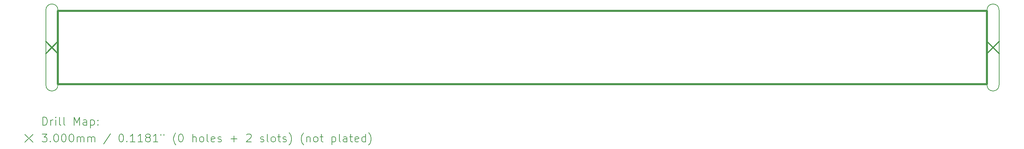
<source format=gbr>
%TF.GenerationSoftware,KiCad,Pcbnew,7.0.2-0*%
%TF.CreationDate,2023-05-18T01:13:14+02:00*%
%TF.ProjectId,LB,4c422e6b-6963-4616-945f-706362585858,rev?*%
%TF.SameCoordinates,PXfd9f08PY7735940*%
%TF.FileFunction,Drillmap*%
%TF.FilePolarity,Positive*%
%FSLAX45Y45*%
G04 Gerber Fmt 4.5, Leading zero omitted, Abs format (unit mm)*
G04 Created by KiCad (PCBNEW 7.0.2-0) date 2023-05-18 01:13:14*
%MOMM*%
%LPD*%
G01*
G04 APERTURE LIST*
%ADD10C,0.500000*%
%ADD11C,0.200000*%
%ADD12C,0.300000*%
G04 APERTURE END LIST*
D10*
X600000Y2515000D02*
X23730000Y2515000D01*
X23730000Y685000D01*
X600000Y685000D01*
X600000Y2515000D01*
D11*
D12*
X300000Y1750000D02*
X600000Y1450000D01*
X600000Y1750000D02*
X300000Y1450000D01*
D11*
X600000Y665000D02*
X600000Y2535000D01*
X600000Y2535000D02*
G75*
G03*
X300000Y2535000I-150000J0D01*
G01*
X300000Y2535000D02*
X300000Y665000D01*
X300000Y665000D02*
G75*
G03*
X600000Y665000I150000J0D01*
G01*
D12*
X23730000Y1750000D02*
X24030000Y1450000D01*
X24030000Y1750000D02*
X23730000Y1450000D01*
D11*
X23730000Y2535000D02*
X23730000Y665000D01*
X23730000Y665000D02*
G75*
G03*
X24030000Y665000I150000J0D01*
G01*
X24030000Y665000D02*
X24030000Y2535000D01*
X24030000Y2535000D02*
G75*
G03*
X23730000Y2535000I-150000J0D01*
G01*
X222619Y-337524D02*
X222619Y-137524D01*
X222619Y-137524D02*
X270238Y-137524D01*
X270238Y-137524D02*
X298810Y-147048D01*
X298810Y-147048D02*
X317857Y-166095D01*
X317857Y-166095D02*
X327381Y-185143D01*
X327381Y-185143D02*
X336905Y-223238D01*
X336905Y-223238D02*
X336905Y-251809D01*
X336905Y-251809D02*
X327381Y-289905D01*
X327381Y-289905D02*
X317857Y-308952D01*
X317857Y-308952D02*
X298810Y-328000D01*
X298810Y-328000D02*
X270238Y-337524D01*
X270238Y-337524D02*
X222619Y-337524D01*
X422619Y-337524D02*
X422619Y-204190D01*
X422619Y-242286D02*
X432143Y-223238D01*
X432143Y-223238D02*
X441667Y-213714D01*
X441667Y-213714D02*
X460714Y-204190D01*
X460714Y-204190D02*
X479762Y-204190D01*
X546429Y-337524D02*
X546429Y-204190D01*
X546429Y-137524D02*
X536905Y-147048D01*
X536905Y-147048D02*
X546429Y-156571D01*
X546429Y-156571D02*
X555952Y-147048D01*
X555952Y-147048D02*
X546429Y-137524D01*
X546429Y-137524D02*
X546429Y-156571D01*
X670238Y-337524D02*
X651190Y-328000D01*
X651190Y-328000D02*
X641667Y-308952D01*
X641667Y-308952D02*
X641667Y-137524D01*
X775000Y-337524D02*
X755952Y-328000D01*
X755952Y-328000D02*
X746428Y-308952D01*
X746428Y-308952D02*
X746428Y-137524D01*
X1003571Y-337524D02*
X1003571Y-137524D01*
X1003571Y-137524D02*
X1070238Y-280381D01*
X1070238Y-280381D02*
X1136905Y-137524D01*
X1136905Y-137524D02*
X1136905Y-337524D01*
X1317857Y-337524D02*
X1317857Y-232762D01*
X1317857Y-232762D02*
X1308333Y-213714D01*
X1308333Y-213714D02*
X1289286Y-204190D01*
X1289286Y-204190D02*
X1251190Y-204190D01*
X1251190Y-204190D02*
X1232143Y-213714D01*
X1317857Y-328000D02*
X1298810Y-337524D01*
X1298810Y-337524D02*
X1251190Y-337524D01*
X1251190Y-337524D02*
X1232143Y-328000D01*
X1232143Y-328000D02*
X1222619Y-308952D01*
X1222619Y-308952D02*
X1222619Y-289905D01*
X1222619Y-289905D02*
X1232143Y-270857D01*
X1232143Y-270857D02*
X1251190Y-261333D01*
X1251190Y-261333D02*
X1298810Y-261333D01*
X1298810Y-261333D02*
X1317857Y-251809D01*
X1413095Y-204190D02*
X1413095Y-404190D01*
X1413095Y-213714D02*
X1432143Y-204190D01*
X1432143Y-204190D02*
X1470238Y-204190D01*
X1470238Y-204190D02*
X1489286Y-213714D01*
X1489286Y-213714D02*
X1498809Y-223238D01*
X1498809Y-223238D02*
X1508333Y-242286D01*
X1508333Y-242286D02*
X1508333Y-299429D01*
X1508333Y-299429D02*
X1498809Y-318476D01*
X1498809Y-318476D02*
X1489286Y-328000D01*
X1489286Y-328000D02*
X1470238Y-337524D01*
X1470238Y-337524D02*
X1432143Y-337524D01*
X1432143Y-337524D02*
X1413095Y-328000D01*
X1594048Y-318476D02*
X1603571Y-328000D01*
X1603571Y-328000D02*
X1594048Y-337524D01*
X1594048Y-337524D02*
X1584524Y-328000D01*
X1584524Y-328000D02*
X1594048Y-318476D01*
X1594048Y-318476D02*
X1594048Y-337524D01*
X1594048Y-213714D02*
X1603571Y-223238D01*
X1603571Y-223238D02*
X1594048Y-232762D01*
X1594048Y-232762D02*
X1584524Y-223238D01*
X1584524Y-223238D02*
X1594048Y-213714D01*
X1594048Y-213714D02*
X1594048Y-232762D01*
X-225000Y-565000D02*
X-25000Y-765000D01*
X-25000Y-565000D02*
X-225000Y-765000D01*
X203571Y-557524D02*
X327381Y-557524D01*
X327381Y-557524D02*
X260714Y-633714D01*
X260714Y-633714D02*
X289286Y-633714D01*
X289286Y-633714D02*
X308333Y-643238D01*
X308333Y-643238D02*
X317857Y-652762D01*
X317857Y-652762D02*
X327381Y-671810D01*
X327381Y-671810D02*
X327381Y-719428D01*
X327381Y-719428D02*
X317857Y-738476D01*
X317857Y-738476D02*
X308333Y-748000D01*
X308333Y-748000D02*
X289286Y-757524D01*
X289286Y-757524D02*
X232143Y-757524D01*
X232143Y-757524D02*
X213095Y-748000D01*
X213095Y-748000D02*
X203571Y-738476D01*
X413095Y-738476D02*
X422619Y-748000D01*
X422619Y-748000D02*
X413095Y-757524D01*
X413095Y-757524D02*
X403571Y-748000D01*
X403571Y-748000D02*
X413095Y-738476D01*
X413095Y-738476D02*
X413095Y-757524D01*
X546429Y-557524D02*
X565476Y-557524D01*
X565476Y-557524D02*
X584524Y-567048D01*
X584524Y-567048D02*
X594048Y-576571D01*
X594048Y-576571D02*
X603571Y-595619D01*
X603571Y-595619D02*
X613095Y-633714D01*
X613095Y-633714D02*
X613095Y-681333D01*
X613095Y-681333D02*
X603571Y-719428D01*
X603571Y-719428D02*
X594048Y-738476D01*
X594048Y-738476D02*
X584524Y-748000D01*
X584524Y-748000D02*
X565476Y-757524D01*
X565476Y-757524D02*
X546429Y-757524D01*
X546429Y-757524D02*
X527381Y-748000D01*
X527381Y-748000D02*
X517857Y-738476D01*
X517857Y-738476D02*
X508333Y-719428D01*
X508333Y-719428D02*
X498809Y-681333D01*
X498809Y-681333D02*
X498809Y-633714D01*
X498809Y-633714D02*
X508333Y-595619D01*
X508333Y-595619D02*
X517857Y-576571D01*
X517857Y-576571D02*
X527381Y-567048D01*
X527381Y-567048D02*
X546429Y-557524D01*
X736905Y-557524D02*
X755952Y-557524D01*
X755952Y-557524D02*
X775000Y-567048D01*
X775000Y-567048D02*
X784524Y-576571D01*
X784524Y-576571D02*
X794048Y-595619D01*
X794048Y-595619D02*
X803571Y-633714D01*
X803571Y-633714D02*
X803571Y-681333D01*
X803571Y-681333D02*
X794048Y-719428D01*
X794048Y-719428D02*
X784524Y-738476D01*
X784524Y-738476D02*
X775000Y-748000D01*
X775000Y-748000D02*
X755952Y-757524D01*
X755952Y-757524D02*
X736905Y-757524D01*
X736905Y-757524D02*
X717857Y-748000D01*
X717857Y-748000D02*
X708333Y-738476D01*
X708333Y-738476D02*
X698810Y-719428D01*
X698810Y-719428D02*
X689286Y-681333D01*
X689286Y-681333D02*
X689286Y-633714D01*
X689286Y-633714D02*
X698810Y-595619D01*
X698810Y-595619D02*
X708333Y-576571D01*
X708333Y-576571D02*
X717857Y-567048D01*
X717857Y-567048D02*
X736905Y-557524D01*
X927381Y-557524D02*
X946429Y-557524D01*
X946429Y-557524D02*
X965476Y-567048D01*
X965476Y-567048D02*
X975000Y-576571D01*
X975000Y-576571D02*
X984524Y-595619D01*
X984524Y-595619D02*
X994048Y-633714D01*
X994048Y-633714D02*
X994048Y-681333D01*
X994048Y-681333D02*
X984524Y-719428D01*
X984524Y-719428D02*
X975000Y-738476D01*
X975000Y-738476D02*
X965476Y-748000D01*
X965476Y-748000D02*
X946429Y-757524D01*
X946429Y-757524D02*
X927381Y-757524D01*
X927381Y-757524D02*
X908333Y-748000D01*
X908333Y-748000D02*
X898809Y-738476D01*
X898809Y-738476D02*
X889286Y-719428D01*
X889286Y-719428D02*
X879762Y-681333D01*
X879762Y-681333D02*
X879762Y-633714D01*
X879762Y-633714D02*
X889286Y-595619D01*
X889286Y-595619D02*
X898809Y-576571D01*
X898809Y-576571D02*
X908333Y-567048D01*
X908333Y-567048D02*
X927381Y-557524D01*
X1079762Y-757524D02*
X1079762Y-624190D01*
X1079762Y-643238D02*
X1089286Y-633714D01*
X1089286Y-633714D02*
X1108333Y-624190D01*
X1108333Y-624190D02*
X1136905Y-624190D01*
X1136905Y-624190D02*
X1155952Y-633714D01*
X1155952Y-633714D02*
X1165476Y-652762D01*
X1165476Y-652762D02*
X1165476Y-757524D01*
X1165476Y-652762D02*
X1175000Y-633714D01*
X1175000Y-633714D02*
X1194048Y-624190D01*
X1194048Y-624190D02*
X1222619Y-624190D01*
X1222619Y-624190D02*
X1241667Y-633714D01*
X1241667Y-633714D02*
X1251191Y-652762D01*
X1251191Y-652762D02*
X1251191Y-757524D01*
X1346429Y-757524D02*
X1346429Y-624190D01*
X1346429Y-643238D02*
X1355952Y-633714D01*
X1355952Y-633714D02*
X1375000Y-624190D01*
X1375000Y-624190D02*
X1403571Y-624190D01*
X1403571Y-624190D02*
X1422619Y-633714D01*
X1422619Y-633714D02*
X1432143Y-652762D01*
X1432143Y-652762D02*
X1432143Y-757524D01*
X1432143Y-652762D02*
X1441667Y-633714D01*
X1441667Y-633714D02*
X1460714Y-624190D01*
X1460714Y-624190D02*
X1489286Y-624190D01*
X1489286Y-624190D02*
X1508333Y-633714D01*
X1508333Y-633714D02*
X1517857Y-652762D01*
X1517857Y-652762D02*
X1517857Y-757524D01*
X1908333Y-548000D02*
X1736905Y-805143D01*
X2165476Y-557524D02*
X2184524Y-557524D01*
X2184524Y-557524D02*
X2203572Y-567048D01*
X2203572Y-567048D02*
X2213095Y-576571D01*
X2213095Y-576571D02*
X2222619Y-595619D01*
X2222619Y-595619D02*
X2232143Y-633714D01*
X2232143Y-633714D02*
X2232143Y-681333D01*
X2232143Y-681333D02*
X2222619Y-719428D01*
X2222619Y-719428D02*
X2213095Y-738476D01*
X2213095Y-738476D02*
X2203572Y-748000D01*
X2203572Y-748000D02*
X2184524Y-757524D01*
X2184524Y-757524D02*
X2165476Y-757524D01*
X2165476Y-757524D02*
X2146429Y-748000D01*
X2146429Y-748000D02*
X2136905Y-738476D01*
X2136905Y-738476D02*
X2127381Y-719428D01*
X2127381Y-719428D02*
X2117857Y-681333D01*
X2117857Y-681333D02*
X2117857Y-633714D01*
X2117857Y-633714D02*
X2127381Y-595619D01*
X2127381Y-595619D02*
X2136905Y-576571D01*
X2136905Y-576571D02*
X2146429Y-567048D01*
X2146429Y-567048D02*
X2165476Y-557524D01*
X2317857Y-738476D02*
X2327381Y-748000D01*
X2327381Y-748000D02*
X2317857Y-757524D01*
X2317857Y-757524D02*
X2308334Y-748000D01*
X2308334Y-748000D02*
X2317857Y-738476D01*
X2317857Y-738476D02*
X2317857Y-757524D01*
X2517857Y-757524D02*
X2403572Y-757524D01*
X2460714Y-757524D02*
X2460714Y-557524D01*
X2460714Y-557524D02*
X2441667Y-586095D01*
X2441667Y-586095D02*
X2422619Y-605143D01*
X2422619Y-605143D02*
X2403572Y-614667D01*
X2708334Y-757524D02*
X2594048Y-757524D01*
X2651191Y-757524D02*
X2651191Y-557524D01*
X2651191Y-557524D02*
X2632143Y-586095D01*
X2632143Y-586095D02*
X2613095Y-605143D01*
X2613095Y-605143D02*
X2594048Y-614667D01*
X2822619Y-643238D02*
X2803572Y-633714D01*
X2803572Y-633714D02*
X2794048Y-624190D01*
X2794048Y-624190D02*
X2784524Y-605143D01*
X2784524Y-605143D02*
X2784524Y-595619D01*
X2784524Y-595619D02*
X2794048Y-576571D01*
X2794048Y-576571D02*
X2803572Y-567048D01*
X2803572Y-567048D02*
X2822619Y-557524D01*
X2822619Y-557524D02*
X2860714Y-557524D01*
X2860714Y-557524D02*
X2879762Y-567048D01*
X2879762Y-567048D02*
X2889286Y-576571D01*
X2889286Y-576571D02*
X2898810Y-595619D01*
X2898810Y-595619D02*
X2898810Y-605143D01*
X2898810Y-605143D02*
X2889286Y-624190D01*
X2889286Y-624190D02*
X2879762Y-633714D01*
X2879762Y-633714D02*
X2860714Y-643238D01*
X2860714Y-643238D02*
X2822619Y-643238D01*
X2822619Y-643238D02*
X2803572Y-652762D01*
X2803572Y-652762D02*
X2794048Y-662286D01*
X2794048Y-662286D02*
X2784524Y-681333D01*
X2784524Y-681333D02*
X2784524Y-719428D01*
X2784524Y-719428D02*
X2794048Y-738476D01*
X2794048Y-738476D02*
X2803572Y-748000D01*
X2803572Y-748000D02*
X2822619Y-757524D01*
X2822619Y-757524D02*
X2860714Y-757524D01*
X2860714Y-757524D02*
X2879762Y-748000D01*
X2879762Y-748000D02*
X2889286Y-738476D01*
X2889286Y-738476D02*
X2898810Y-719428D01*
X2898810Y-719428D02*
X2898810Y-681333D01*
X2898810Y-681333D02*
X2889286Y-662286D01*
X2889286Y-662286D02*
X2879762Y-652762D01*
X2879762Y-652762D02*
X2860714Y-643238D01*
X3089286Y-757524D02*
X2975000Y-757524D01*
X3032143Y-757524D02*
X3032143Y-557524D01*
X3032143Y-557524D02*
X3013095Y-586095D01*
X3013095Y-586095D02*
X2994048Y-605143D01*
X2994048Y-605143D02*
X2975000Y-614667D01*
X3165476Y-557524D02*
X3165476Y-595619D01*
X3241667Y-557524D02*
X3241667Y-595619D01*
X3536905Y-833714D02*
X3527381Y-824190D01*
X3527381Y-824190D02*
X3508334Y-795619D01*
X3508334Y-795619D02*
X3498810Y-776571D01*
X3498810Y-776571D02*
X3489286Y-748000D01*
X3489286Y-748000D02*
X3479762Y-700381D01*
X3479762Y-700381D02*
X3479762Y-662286D01*
X3479762Y-662286D02*
X3489286Y-614667D01*
X3489286Y-614667D02*
X3498810Y-586095D01*
X3498810Y-586095D02*
X3508334Y-567048D01*
X3508334Y-567048D02*
X3527381Y-538476D01*
X3527381Y-538476D02*
X3536905Y-528952D01*
X3651191Y-557524D02*
X3670238Y-557524D01*
X3670238Y-557524D02*
X3689286Y-567048D01*
X3689286Y-567048D02*
X3698810Y-576571D01*
X3698810Y-576571D02*
X3708334Y-595619D01*
X3708334Y-595619D02*
X3717857Y-633714D01*
X3717857Y-633714D02*
X3717857Y-681333D01*
X3717857Y-681333D02*
X3708334Y-719428D01*
X3708334Y-719428D02*
X3698810Y-738476D01*
X3698810Y-738476D02*
X3689286Y-748000D01*
X3689286Y-748000D02*
X3670238Y-757524D01*
X3670238Y-757524D02*
X3651191Y-757524D01*
X3651191Y-757524D02*
X3632143Y-748000D01*
X3632143Y-748000D02*
X3622619Y-738476D01*
X3622619Y-738476D02*
X3613095Y-719428D01*
X3613095Y-719428D02*
X3603572Y-681333D01*
X3603572Y-681333D02*
X3603572Y-633714D01*
X3603572Y-633714D02*
X3613095Y-595619D01*
X3613095Y-595619D02*
X3622619Y-576571D01*
X3622619Y-576571D02*
X3632143Y-567048D01*
X3632143Y-567048D02*
X3651191Y-557524D01*
X3955953Y-757524D02*
X3955953Y-557524D01*
X4041667Y-757524D02*
X4041667Y-652762D01*
X4041667Y-652762D02*
X4032143Y-633714D01*
X4032143Y-633714D02*
X4013096Y-624190D01*
X4013096Y-624190D02*
X3984524Y-624190D01*
X3984524Y-624190D02*
X3965476Y-633714D01*
X3965476Y-633714D02*
X3955953Y-643238D01*
X4165476Y-757524D02*
X4146429Y-748000D01*
X4146429Y-748000D02*
X4136905Y-738476D01*
X4136905Y-738476D02*
X4127381Y-719428D01*
X4127381Y-719428D02*
X4127381Y-662286D01*
X4127381Y-662286D02*
X4136905Y-643238D01*
X4136905Y-643238D02*
X4146429Y-633714D01*
X4146429Y-633714D02*
X4165476Y-624190D01*
X4165476Y-624190D02*
X4194048Y-624190D01*
X4194048Y-624190D02*
X4213096Y-633714D01*
X4213096Y-633714D02*
X4222619Y-643238D01*
X4222619Y-643238D02*
X4232143Y-662286D01*
X4232143Y-662286D02*
X4232143Y-719428D01*
X4232143Y-719428D02*
X4222619Y-738476D01*
X4222619Y-738476D02*
X4213096Y-748000D01*
X4213096Y-748000D02*
X4194048Y-757524D01*
X4194048Y-757524D02*
X4165476Y-757524D01*
X4346429Y-757524D02*
X4327381Y-748000D01*
X4327381Y-748000D02*
X4317858Y-728952D01*
X4317858Y-728952D02*
X4317858Y-557524D01*
X4498810Y-748000D02*
X4479762Y-757524D01*
X4479762Y-757524D02*
X4441667Y-757524D01*
X4441667Y-757524D02*
X4422619Y-748000D01*
X4422619Y-748000D02*
X4413096Y-728952D01*
X4413096Y-728952D02*
X4413096Y-652762D01*
X4413096Y-652762D02*
X4422619Y-633714D01*
X4422619Y-633714D02*
X4441667Y-624190D01*
X4441667Y-624190D02*
X4479762Y-624190D01*
X4479762Y-624190D02*
X4498810Y-633714D01*
X4498810Y-633714D02*
X4508334Y-652762D01*
X4508334Y-652762D02*
X4508334Y-671810D01*
X4508334Y-671810D02*
X4413096Y-690857D01*
X4584524Y-748000D02*
X4603572Y-757524D01*
X4603572Y-757524D02*
X4641667Y-757524D01*
X4641667Y-757524D02*
X4660715Y-748000D01*
X4660715Y-748000D02*
X4670239Y-728952D01*
X4670239Y-728952D02*
X4670239Y-719428D01*
X4670239Y-719428D02*
X4660715Y-700381D01*
X4660715Y-700381D02*
X4641667Y-690857D01*
X4641667Y-690857D02*
X4613096Y-690857D01*
X4613096Y-690857D02*
X4594048Y-681333D01*
X4594048Y-681333D02*
X4584524Y-662286D01*
X4584524Y-662286D02*
X4584524Y-652762D01*
X4584524Y-652762D02*
X4594048Y-633714D01*
X4594048Y-633714D02*
X4613096Y-624190D01*
X4613096Y-624190D02*
X4641667Y-624190D01*
X4641667Y-624190D02*
X4660715Y-633714D01*
X4908334Y-681333D02*
X5060715Y-681333D01*
X4984524Y-757524D02*
X4984524Y-605143D01*
X5298810Y-576571D02*
X5308334Y-567048D01*
X5308334Y-567048D02*
X5327381Y-557524D01*
X5327381Y-557524D02*
X5375001Y-557524D01*
X5375001Y-557524D02*
X5394048Y-567048D01*
X5394048Y-567048D02*
X5403572Y-576571D01*
X5403572Y-576571D02*
X5413096Y-595619D01*
X5413096Y-595619D02*
X5413096Y-614667D01*
X5413096Y-614667D02*
X5403572Y-643238D01*
X5403572Y-643238D02*
X5289286Y-757524D01*
X5289286Y-757524D02*
X5413096Y-757524D01*
X5641667Y-748000D02*
X5660715Y-757524D01*
X5660715Y-757524D02*
X5698810Y-757524D01*
X5698810Y-757524D02*
X5717858Y-748000D01*
X5717858Y-748000D02*
X5727381Y-728952D01*
X5727381Y-728952D02*
X5727381Y-719428D01*
X5727381Y-719428D02*
X5717858Y-700381D01*
X5717858Y-700381D02*
X5698810Y-690857D01*
X5698810Y-690857D02*
X5670239Y-690857D01*
X5670239Y-690857D02*
X5651191Y-681333D01*
X5651191Y-681333D02*
X5641667Y-662286D01*
X5641667Y-662286D02*
X5641667Y-652762D01*
X5641667Y-652762D02*
X5651191Y-633714D01*
X5651191Y-633714D02*
X5670239Y-624190D01*
X5670239Y-624190D02*
X5698810Y-624190D01*
X5698810Y-624190D02*
X5717858Y-633714D01*
X5841667Y-757524D02*
X5822620Y-748000D01*
X5822620Y-748000D02*
X5813096Y-728952D01*
X5813096Y-728952D02*
X5813096Y-557524D01*
X5946429Y-757524D02*
X5927381Y-748000D01*
X5927381Y-748000D02*
X5917858Y-738476D01*
X5917858Y-738476D02*
X5908334Y-719428D01*
X5908334Y-719428D02*
X5908334Y-662286D01*
X5908334Y-662286D02*
X5917858Y-643238D01*
X5917858Y-643238D02*
X5927381Y-633714D01*
X5927381Y-633714D02*
X5946429Y-624190D01*
X5946429Y-624190D02*
X5975001Y-624190D01*
X5975001Y-624190D02*
X5994048Y-633714D01*
X5994048Y-633714D02*
X6003572Y-643238D01*
X6003572Y-643238D02*
X6013096Y-662286D01*
X6013096Y-662286D02*
X6013096Y-719428D01*
X6013096Y-719428D02*
X6003572Y-738476D01*
X6003572Y-738476D02*
X5994048Y-748000D01*
X5994048Y-748000D02*
X5975001Y-757524D01*
X5975001Y-757524D02*
X5946429Y-757524D01*
X6070239Y-624190D02*
X6146429Y-624190D01*
X6098810Y-557524D02*
X6098810Y-728952D01*
X6098810Y-728952D02*
X6108334Y-748000D01*
X6108334Y-748000D02*
X6127381Y-757524D01*
X6127381Y-757524D02*
X6146429Y-757524D01*
X6203572Y-748000D02*
X6222620Y-757524D01*
X6222620Y-757524D02*
X6260715Y-757524D01*
X6260715Y-757524D02*
X6279762Y-748000D01*
X6279762Y-748000D02*
X6289286Y-728952D01*
X6289286Y-728952D02*
X6289286Y-719428D01*
X6289286Y-719428D02*
X6279762Y-700381D01*
X6279762Y-700381D02*
X6260715Y-690857D01*
X6260715Y-690857D02*
X6232143Y-690857D01*
X6232143Y-690857D02*
X6213096Y-681333D01*
X6213096Y-681333D02*
X6203572Y-662286D01*
X6203572Y-662286D02*
X6203572Y-652762D01*
X6203572Y-652762D02*
X6213096Y-633714D01*
X6213096Y-633714D02*
X6232143Y-624190D01*
X6232143Y-624190D02*
X6260715Y-624190D01*
X6260715Y-624190D02*
X6279762Y-633714D01*
X6355953Y-833714D02*
X6365477Y-824190D01*
X6365477Y-824190D02*
X6384524Y-795619D01*
X6384524Y-795619D02*
X6394048Y-776571D01*
X6394048Y-776571D02*
X6403572Y-748000D01*
X6403572Y-748000D02*
X6413096Y-700381D01*
X6413096Y-700381D02*
X6413096Y-662286D01*
X6413096Y-662286D02*
X6403572Y-614667D01*
X6403572Y-614667D02*
X6394048Y-586095D01*
X6394048Y-586095D02*
X6384524Y-567048D01*
X6384524Y-567048D02*
X6365477Y-538476D01*
X6365477Y-538476D02*
X6355953Y-528952D01*
X6717858Y-833714D02*
X6708334Y-824190D01*
X6708334Y-824190D02*
X6689286Y-795619D01*
X6689286Y-795619D02*
X6679762Y-776571D01*
X6679762Y-776571D02*
X6670239Y-748000D01*
X6670239Y-748000D02*
X6660715Y-700381D01*
X6660715Y-700381D02*
X6660715Y-662286D01*
X6660715Y-662286D02*
X6670239Y-614667D01*
X6670239Y-614667D02*
X6679762Y-586095D01*
X6679762Y-586095D02*
X6689286Y-567048D01*
X6689286Y-567048D02*
X6708334Y-538476D01*
X6708334Y-538476D02*
X6717858Y-528952D01*
X6794048Y-624190D02*
X6794048Y-757524D01*
X6794048Y-643238D02*
X6803572Y-633714D01*
X6803572Y-633714D02*
X6822620Y-624190D01*
X6822620Y-624190D02*
X6851191Y-624190D01*
X6851191Y-624190D02*
X6870239Y-633714D01*
X6870239Y-633714D02*
X6879762Y-652762D01*
X6879762Y-652762D02*
X6879762Y-757524D01*
X7003572Y-757524D02*
X6984524Y-748000D01*
X6984524Y-748000D02*
X6975001Y-738476D01*
X6975001Y-738476D02*
X6965477Y-719428D01*
X6965477Y-719428D02*
X6965477Y-662286D01*
X6965477Y-662286D02*
X6975001Y-643238D01*
X6975001Y-643238D02*
X6984524Y-633714D01*
X6984524Y-633714D02*
X7003572Y-624190D01*
X7003572Y-624190D02*
X7032143Y-624190D01*
X7032143Y-624190D02*
X7051191Y-633714D01*
X7051191Y-633714D02*
X7060715Y-643238D01*
X7060715Y-643238D02*
X7070239Y-662286D01*
X7070239Y-662286D02*
X7070239Y-719428D01*
X7070239Y-719428D02*
X7060715Y-738476D01*
X7060715Y-738476D02*
X7051191Y-748000D01*
X7051191Y-748000D02*
X7032143Y-757524D01*
X7032143Y-757524D02*
X7003572Y-757524D01*
X7127382Y-624190D02*
X7203572Y-624190D01*
X7155953Y-557524D02*
X7155953Y-728952D01*
X7155953Y-728952D02*
X7165477Y-748000D01*
X7165477Y-748000D02*
X7184524Y-757524D01*
X7184524Y-757524D02*
X7203572Y-757524D01*
X7422620Y-624190D02*
X7422620Y-824190D01*
X7422620Y-633714D02*
X7441667Y-624190D01*
X7441667Y-624190D02*
X7479763Y-624190D01*
X7479763Y-624190D02*
X7498810Y-633714D01*
X7498810Y-633714D02*
X7508334Y-643238D01*
X7508334Y-643238D02*
X7517858Y-662286D01*
X7517858Y-662286D02*
X7517858Y-719428D01*
X7517858Y-719428D02*
X7508334Y-738476D01*
X7508334Y-738476D02*
X7498810Y-748000D01*
X7498810Y-748000D02*
X7479763Y-757524D01*
X7479763Y-757524D02*
X7441667Y-757524D01*
X7441667Y-757524D02*
X7422620Y-748000D01*
X7632143Y-757524D02*
X7613096Y-748000D01*
X7613096Y-748000D02*
X7603572Y-728952D01*
X7603572Y-728952D02*
X7603572Y-557524D01*
X7794048Y-757524D02*
X7794048Y-652762D01*
X7794048Y-652762D02*
X7784524Y-633714D01*
X7784524Y-633714D02*
X7765477Y-624190D01*
X7765477Y-624190D02*
X7727382Y-624190D01*
X7727382Y-624190D02*
X7708334Y-633714D01*
X7794048Y-748000D02*
X7775001Y-757524D01*
X7775001Y-757524D02*
X7727382Y-757524D01*
X7727382Y-757524D02*
X7708334Y-748000D01*
X7708334Y-748000D02*
X7698810Y-728952D01*
X7698810Y-728952D02*
X7698810Y-709905D01*
X7698810Y-709905D02*
X7708334Y-690857D01*
X7708334Y-690857D02*
X7727382Y-681333D01*
X7727382Y-681333D02*
X7775001Y-681333D01*
X7775001Y-681333D02*
X7794048Y-671810D01*
X7860715Y-624190D02*
X7936905Y-624190D01*
X7889286Y-557524D02*
X7889286Y-728952D01*
X7889286Y-728952D02*
X7898810Y-748000D01*
X7898810Y-748000D02*
X7917858Y-757524D01*
X7917858Y-757524D02*
X7936905Y-757524D01*
X8079763Y-748000D02*
X8060715Y-757524D01*
X8060715Y-757524D02*
X8022620Y-757524D01*
X8022620Y-757524D02*
X8003572Y-748000D01*
X8003572Y-748000D02*
X7994048Y-728952D01*
X7994048Y-728952D02*
X7994048Y-652762D01*
X7994048Y-652762D02*
X8003572Y-633714D01*
X8003572Y-633714D02*
X8022620Y-624190D01*
X8022620Y-624190D02*
X8060715Y-624190D01*
X8060715Y-624190D02*
X8079763Y-633714D01*
X8079763Y-633714D02*
X8089286Y-652762D01*
X8089286Y-652762D02*
X8089286Y-671810D01*
X8089286Y-671810D02*
X7994048Y-690857D01*
X8260715Y-757524D02*
X8260715Y-557524D01*
X8260715Y-748000D02*
X8241667Y-757524D01*
X8241667Y-757524D02*
X8203572Y-757524D01*
X8203572Y-757524D02*
X8184524Y-748000D01*
X8184524Y-748000D02*
X8175001Y-738476D01*
X8175001Y-738476D02*
X8165477Y-719428D01*
X8165477Y-719428D02*
X8165477Y-662286D01*
X8165477Y-662286D02*
X8175001Y-643238D01*
X8175001Y-643238D02*
X8184524Y-633714D01*
X8184524Y-633714D02*
X8203572Y-624190D01*
X8203572Y-624190D02*
X8241667Y-624190D01*
X8241667Y-624190D02*
X8260715Y-633714D01*
X8336905Y-833714D02*
X8346429Y-824190D01*
X8346429Y-824190D02*
X8365477Y-795619D01*
X8365477Y-795619D02*
X8375001Y-776571D01*
X8375001Y-776571D02*
X8384524Y-748000D01*
X8384524Y-748000D02*
X8394048Y-700381D01*
X8394048Y-700381D02*
X8394048Y-662286D01*
X8394048Y-662286D02*
X8384524Y-614667D01*
X8384524Y-614667D02*
X8375001Y-586095D01*
X8375001Y-586095D02*
X8365477Y-567048D01*
X8365477Y-567048D02*
X8346429Y-538476D01*
X8346429Y-538476D02*
X8336905Y-528952D01*
M02*

</source>
